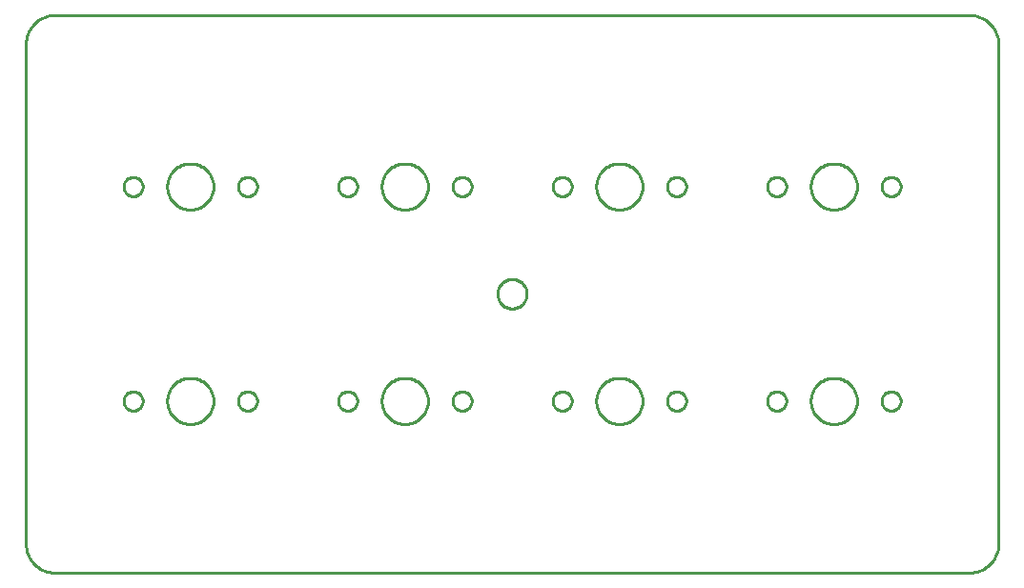
<source format=gbr>
G04 EAGLE Gerber RS-274X export*
G75*
%MOMM*%
%FSLAX34Y34*%
%LPD*%
%IN*%
%IPPOS*%
%AMOC8*
5,1,8,0,0,1.08239X$1,22.5*%
G01*
%ADD10C,0.254000*%


D10*
X0Y25400D02*
X97Y23186D01*
X386Y20989D01*
X865Y18826D01*
X1532Y16713D01*
X2380Y14666D01*
X3403Y12700D01*
X4594Y10831D01*
X5942Y9073D01*
X7440Y7440D01*
X9073Y5942D01*
X10831Y4594D01*
X12700Y3403D01*
X14666Y2380D01*
X16713Y1532D01*
X18826Y865D01*
X20989Y386D01*
X23186Y97D01*
X25400Y0D01*
X838200Y0D01*
X840414Y97D01*
X842611Y386D01*
X844774Y865D01*
X846887Y1532D01*
X848935Y2380D01*
X850900Y3403D01*
X852769Y4594D01*
X854527Y5942D01*
X856161Y7440D01*
X857658Y9073D01*
X859006Y10831D01*
X860197Y12700D01*
X861220Y14666D01*
X862068Y16713D01*
X862735Y18826D01*
X863214Y20989D01*
X863503Y23186D01*
X863600Y25400D01*
X863600Y469900D01*
X863503Y472114D01*
X863214Y474311D01*
X862735Y476474D01*
X862068Y478587D01*
X861220Y480635D01*
X860197Y482600D01*
X859006Y484469D01*
X857658Y486227D01*
X856161Y487861D01*
X854527Y489358D01*
X852769Y490706D01*
X850900Y491897D01*
X848935Y492920D01*
X846887Y493768D01*
X844774Y494435D01*
X842611Y494914D01*
X840414Y495203D01*
X838200Y495300D01*
X25400Y495300D01*
X23186Y495203D01*
X20989Y494914D01*
X18826Y494435D01*
X16713Y493768D01*
X14666Y492920D01*
X12700Y491897D01*
X10831Y490706D01*
X9073Y489358D01*
X7440Y487861D01*
X5942Y486227D01*
X4594Y484469D01*
X3403Y482600D01*
X2380Y480635D01*
X1532Y478587D01*
X865Y476474D01*
X386Y474311D01*
X97Y472114D01*
X0Y469900D01*
X0Y25400D01*
X444800Y247186D02*
X444734Y246259D01*
X444602Y245340D01*
X444404Y244433D01*
X444143Y243542D01*
X443818Y242672D01*
X443432Y241827D01*
X442987Y241012D01*
X442485Y240231D01*
X441929Y239488D01*
X441321Y238786D01*
X440664Y238129D01*
X439962Y237521D01*
X439219Y236965D01*
X438438Y236463D01*
X437623Y236018D01*
X436778Y235632D01*
X435908Y235307D01*
X435017Y235046D01*
X434110Y234848D01*
X433191Y234716D01*
X432264Y234650D01*
X431336Y234650D01*
X430409Y234716D01*
X429490Y234848D01*
X428583Y235046D01*
X427692Y235307D01*
X426822Y235632D01*
X425977Y236018D01*
X425162Y236463D01*
X424381Y236965D01*
X423638Y237521D01*
X422936Y238129D01*
X422279Y238786D01*
X421671Y239488D01*
X421115Y240231D01*
X420613Y241012D01*
X420168Y241827D01*
X419782Y242672D01*
X419457Y243542D01*
X419196Y244433D01*
X418998Y245340D01*
X418866Y246259D01*
X418800Y247186D01*
X418800Y248114D01*
X418866Y249041D01*
X418998Y249960D01*
X419196Y250867D01*
X419457Y251758D01*
X419782Y252628D01*
X420168Y253473D01*
X420613Y254288D01*
X421115Y255069D01*
X421671Y255812D01*
X422279Y256514D01*
X422936Y257171D01*
X423638Y257779D01*
X424381Y258335D01*
X425162Y258837D01*
X425977Y259282D01*
X426822Y259668D01*
X427692Y259993D01*
X428583Y260254D01*
X429490Y260452D01*
X430409Y260584D01*
X431336Y260650D01*
X432264Y260650D01*
X433191Y260584D01*
X434110Y260452D01*
X435017Y260254D01*
X435908Y259993D01*
X436778Y259668D01*
X437623Y259282D01*
X438438Y258837D01*
X439219Y258335D01*
X439962Y257779D01*
X440664Y257171D01*
X441321Y256514D01*
X441929Y255812D01*
X442485Y255069D01*
X442987Y254288D01*
X443432Y253473D01*
X443818Y252628D01*
X444143Y251758D01*
X444404Y250867D01*
X444602Y249960D01*
X444734Y249041D01*
X444800Y248114D01*
X444800Y247186D01*
X188350Y343271D02*
X188415Y344011D01*
X188544Y344742D01*
X188736Y345458D01*
X188990Y346156D01*
X189303Y346829D01*
X189674Y347471D01*
X190100Y348079D01*
X190577Y348648D01*
X191102Y349173D01*
X191671Y349650D01*
X192279Y350076D01*
X192921Y350447D01*
X193594Y350760D01*
X194292Y351014D01*
X195009Y351206D01*
X195739Y351335D01*
X196479Y351400D01*
X197221Y351400D01*
X197961Y351335D01*
X198692Y351206D01*
X199408Y351014D01*
X200106Y350760D01*
X200779Y350447D01*
X201421Y350076D01*
X202029Y349650D01*
X202598Y349173D01*
X203123Y348648D01*
X203600Y348079D01*
X204026Y347471D01*
X204397Y346829D01*
X204710Y346156D01*
X204964Y345458D01*
X205156Y344742D01*
X205285Y344011D01*
X205350Y343271D01*
X205350Y342529D01*
X205285Y341789D01*
X205156Y341059D01*
X204964Y340342D01*
X204710Y339644D01*
X204397Y338971D01*
X204026Y338329D01*
X203600Y337721D01*
X203123Y337152D01*
X202598Y336627D01*
X202029Y336150D01*
X201421Y335724D01*
X200779Y335353D01*
X200106Y335040D01*
X199408Y334786D01*
X198692Y334594D01*
X197961Y334465D01*
X197221Y334400D01*
X196479Y334400D01*
X195739Y334465D01*
X195009Y334594D01*
X194292Y334786D01*
X193594Y335040D01*
X192921Y335353D01*
X192279Y335724D01*
X191671Y336150D01*
X191102Y336627D01*
X190577Y337152D01*
X190100Y337721D01*
X189674Y338329D01*
X189303Y338971D01*
X188990Y339644D01*
X188736Y340342D01*
X188544Y341059D01*
X188415Y341789D01*
X188350Y342529D01*
X188350Y343271D01*
X86750Y343271D02*
X86815Y344011D01*
X86944Y344742D01*
X87136Y345458D01*
X87390Y346156D01*
X87703Y346829D01*
X88074Y347471D01*
X88500Y348079D01*
X88977Y348648D01*
X89502Y349173D01*
X90071Y349650D01*
X90679Y350076D01*
X91321Y350447D01*
X91994Y350760D01*
X92692Y351014D01*
X93409Y351206D01*
X94139Y351335D01*
X94879Y351400D01*
X95621Y351400D01*
X96361Y351335D01*
X97092Y351206D01*
X97808Y351014D01*
X98506Y350760D01*
X99179Y350447D01*
X99821Y350076D01*
X100429Y349650D01*
X100998Y349173D01*
X101523Y348648D01*
X102000Y348079D01*
X102426Y347471D01*
X102797Y346829D01*
X103110Y346156D01*
X103364Y345458D01*
X103556Y344742D01*
X103685Y344011D01*
X103750Y343271D01*
X103750Y342529D01*
X103685Y341789D01*
X103556Y341059D01*
X103364Y340342D01*
X103110Y339644D01*
X102797Y338971D01*
X102426Y338329D01*
X102000Y337721D01*
X101523Y337152D01*
X100998Y336627D01*
X100429Y336150D01*
X99821Y335724D01*
X99179Y335353D01*
X98506Y335040D01*
X97808Y334786D01*
X97092Y334594D01*
X96361Y334465D01*
X95621Y334400D01*
X94879Y334400D01*
X94139Y334465D01*
X93409Y334594D01*
X92692Y334786D01*
X91994Y335040D01*
X91321Y335353D01*
X90679Y335724D01*
X90071Y336150D01*
X89502Y336627D01*
X88977Y337152D01*
X88500Y337721D01*
X88074Y338329D01*
X87703Y338971D01*
X87390Y339644D01*
X87136Y340342D01*
X86944Y341059D01*
X86815Y341789D01*
X86750Y342529D01*
X86750Y343271D01*
X125550Y343519D02*
X125625Y344756D01*
X125774Y345986D01*
X125997Y347205D01*
X126294Y348407D01*
X126663Y349590D01*
X127102Y350749D01*
X127610Y351878D01*
X128186Y352975D01*
X128827Y354036D01*
X129531Y355055D01*
X130295Y356030D01*
X131116Y356958D01*
X131992Y357834D01*
X132920Y358655D01*
X133895Y359419D01*
X134914Y360123D01*
X135975Y360764D01*
X137072Y361340D01*
X138201Y361848D01*
X139360Y362288D01*
X140543Y362656D01*
X141745Y362953D01*
X142964Y363176D01*
X144194Y363325D01*
X145431Y363400D01*
X146669Y363400D01*
X147906Y363325D01*
X149136Y363176D01*
X150355Y362953D01*
X151557Y362656D01*
X152740Y362288D01*
X153899Y361848D01*
X155028Y361340D01*
X156125Y360764D01*
X157186Y360123D01*
X158205Y359419D01*
X159180Y358655D01*
X160108Y357834D01*
X160984Y356958D01*
X161805Y356030D01*
X162569Y355055D01*
X163273Y354036D01*
X163914Y352975D01*
X164490Y351878D01*
X164998Y350749D01*
X165438Y349590D01*
X165806Y348407D01*
X166103Y347205D01*
X166326Y345986D01*
X166475Y344756D01*
X166550Y343519D01*
X166550Y342281D01*
X166475Y341044D01*
X166326Y339814D01*
X166103Y338595D01*
X165806Y337393D01*
X165438Y336210D01*
X164998Y335051D01*
X164490Y333922D01*
X163914Y332825D01*
X163273Y331764D01*
X162569Y330745D01*
X161805Y329770D01*
X160984Y328842D01*
X160108Y327966D01*
X159180Y327145D01*
X158205Y326381D01*
X157186Y325677D01*
X156125Y325036D01*
X155028Y324460D01*
X153899Y323952D01*
X152740Y323513D01*
X151557Y323144D01*
X150355Y322847D01*
X149136Y322624D01*
X147906Y322475D01*
X146669Y322400D01*
X145431Y322400D01*
X144194Y322475D01*
X142964Y322624D01*
X141745Y322847D01*
X140543Y323144D01*
X139360Y323513D01*
X138201Y323952D01*
X137072Y324460D01*
X135975Y325036D01*
X134914Y325677D01*
X133895Y326381D01*
X132920Y327145D01*
X131992Y327966D01*
X131116Y328842D01*
X130295Y329770D01*
X129531Y330745D01*
X128827Y331764D01*
X128186Y332825D01*
X127610Y333922D01*
X127102Y335051D01*
X126663Y336210D01*
X126294Y337393D01*
X125997Y338595D01*
X125774Y339814D01*
X125625Y341044D01*
X125550Y342281D01*
X125550Y343519D01*
X378850Y343271D02*
X378915Y344011D01*
X379044Y344742D01*
X379236Y345458D01*
X379490Y346156D01*
X379803Y346829D01*
X380174Y347471D01*
X380600Y348079D01*
X381077Y348648D01*
X381602Y349173D01*
X382171Y349650D01*
X382779Y350076D01*
X383421Y350447D01*
X384094Y350760D01*
X384792Y351014D01*
X385509Y351206D01*
X386239Y351335D01*
X386979Y351400D01*
X387721Y351400D01*
X388461Y351335D01*
X389192Y351206D01*
X389908Y351014D01*
X390606Y350760D01*
X391279Y350447D01*
X391921Y350076D01*
X392529Y349650D01*
X393098Y349173D01*
X393623Y348648D01*
X394100Y348079D01*
X394526Y347471D01*
X394897Y346829D01*
X395210Y346156D01*
X395464Y345458D01*
X395656Y344742D01*
X395785Y344011D01*
X395850Y343271D01*
X395850Y342529D01*
X395785Y341789D01*
X395656Y341059D01*
X395464Y340342D01*
X395210Y339644D01*
X394897Y338971D01*
X394526Y338329D01*
X394100Y337721D01*
X393623Y337152D01*
X393098Y336627D01*
X392529Y336150D01*
X391921Y335724D01*
X391279Y335353D01*
X390606Y335040D01*
X389908Y334786D01*
X389192Y334594D01*
X388461Y334465D01*
X387721Y334400D01*
X386979Y334400D01*
X386239Y334465D01*
X385509Y334594D01*
X384792Y334786D01*
X384094Y335040D01*
X383421Y335353D01*
X382779Y335724D01*
X382171Y336150D01*
X381602Y336627D01*
X381077Y337152D01*
X380600Y337721D01*
X380174Y338329D01*
X379803Y338971D01*
X379490Y339644D01*
X379236Y340342D01*
X379044Y341059D01*
X378915Y341789D01*
X378850Y342529D01*
X378850Y343271D01*
X277250Y343271D02*
X277315Y344011D01*
X277444Y344742D01*
X277636Y345458D01*
X277890Y346156D01*
X278203Y346829D01*
X278574Y347471D01*
X279000Y348079D01*
X279477Y348648D01*
X280002Y349173D01*
X280571Y349650D01*
X281179Y350076D01*
X281821Y350447D01*
X282494Y350760D01*
X283192Y351014D01*
X283909Y351206D01*
X284639Y351335D01*
X285379Y351400D01*
X286121Y351400D01*
X286861Y351335D01*
X287592Y351206D01*
X288308Y351014D01*
X289006Y350760D01*
X289679Y350447D01*
X290321Y350076D01*
X290929Y349650D01*
X291498Y349173D01*
X292023Y348648D01*
X292500Y348079D01*
X292926Y347471D01*
X293297Y346829D01*
X293610Y346156D01*
X293864Y345458D01*
X294056Y344742D01*
X294185Y344011D01*
X294250Y343271D01*
X294250Y342529D01*
X294185Y341789D01*
X294056Y341059D01*
X293864Y340342D01*
X293610Y339644D01*
X293297Y338971D01*
X292926Y338329D01*
X292500Y337721D01*
X292023Y337152D01*
X291498Y336627D01*
X290929Y336150D01*
X290321Y335724D01*
X289679Y335353D01*
X289006Y335040D01*
X288308Y334786D01*
X287592Y334594D01*
X286861Y334465D01*
X286121Y334400D01*
X285379Y334400D01*
X284639Y334465D01*
X283909Y334594D01*
X283192Y334786D01*
X282494Y335040D01*
X281821Y335353D01*
X281179Y335724D01*
X280571Y336150D01*
X280002Y336627D01*
X279477Y337152D01*
X279000Y337721D01*
X278574Y338329D01*
X278203Y338971D01*
X277890Y339644D01*
X277636Y340342D01*
X277444Y341059D01*
X277315Y341789D01*
X277250Y342529D01*
X277250Y343271D01*
X316050Y343519D02*
X316125Y344756D01*
X316274Y345986D01*
X316497Y347205D01*
X316794Y348407D01*
X317163Y349590D01*
X317602Y350749D01*
X318110Y351878D01*
X318686Y352975D01*
X319327Y354036D01*
X320031Y355055D01*
X320795Y356030D01*
X321616Y356958D01*
X322492Y357834D01*
X323420Y358655D01*
X324395Y359419D01*
X325414Y360123D01*
X326475Y360764D01*
X327572Y361340D01*
X328701Y361848D01*
X329860Y362288D01*
X331043Y362656D01*
X332245Y362953D01*
X333464Y363176D01*
X334694Y363325D01*
X335931Y363400D01*
X337169Y363400D01*
X338406Y363325D01*
X339636Y363176D01*
X340855Y362953D01*
X342057Y362656D01*
X343240Y362288D01*
X344399Y361848D01*
X345528Y361340D01*
X346625Y360764D01*
X347686Y360123D01*
X348705Y359419D01*
X349680Y358655D01*
X350608Y357834D01*
X351484Y356958D01*
X352305Y356030D01*
X353069Y355055D01*
X353773Y354036D01*
X354414Y352975D01*
X354990Y351878D01*
X355498Y350749D01*
X355938Y349590D01*
X356306Y348407D01*
X356603Y347205D01*
X356826Y345986D01*
X356975Y344756D01*
X357050Y343519D01*
X357050Y342281D01*
X356975Y341044D01*
X356826Y339814D01*
X356603Y338595D01*
X356306Y337393D01*
X355938Y336210D01*
X355498Y335051D01*
X354990Y333922D01*
X354414Y332825D01*
X353773Y331764D01*
X353069Y330745D01*
X352305Y329770D01*
X351484Y328842D01*
X350608Y327966D01*
X349680Y327145D01*
X348705Y326381D01*
X347686Y325677D01*
X346625Y325036D01*
X345528Y324460D01*
X344399Y323952D01*
X343240Y323513D01*
X342057Y323144D01*
X340855Y322847D01*
X339636Y322624D01*
X338406Y322475D01*
X337169Y322400D01*
X335931Y322400D01*
X334694Y322475D01*
X333464Y322624D01*
X332245Y322847D01*
X331043Y323144D01*
X329860Y323513D01*
X328701Y323952D01*
X327572Y324460D01*
X326475Y325036D01*
X325414Y325677D01*
X324395Y326381D01*
X323420Y327145D01*
X322492Y327966D01*
X321616Y328842D01*
X320795Y329770D01*
X320031Y330745D01*
X319327Y331764D01*
X318686Y332825D01*
X318110Y333922D01*
X317602Y335051D01*
X317163Y336210D01*
X316794Y337393D01*
X316497Y338595D01*
X316274Y339814D01*
X316125Y341044D01*
X316050Y342281D01*
X316050Y343519D01*
X569350Y343271D02*
X569415Y344011D01*
X569544Y344742D01*
X569736Y345458D01*
X569990Y346156D01*
X570303Y346829D01*
X570674Y347471D01*
X571100Y348079D01*
X571577Y348648D01*
X572102Y349173D01*
X572671Y349650D01*
X573279Y350076D01*
X573921Y350447D01*
X574594Y350760D01*
X575292Y351014D01*
X576009Y351206D01*
X576739Y351335D01*
X577479Y351400D01*
X578221Y351400D01*
X578961Y351335D01*
X579692Y351206D01*
X580408Y351014D01*
X581106Y350760D01*
X581779Y350447D01*
X582421Y350076D01*
X583029Y349650D01*
X583598Y349173D01*
X584123Y348648D01*
X584600Y348079D01*
X585026Y347471D01*
X585397Y346829D01*
X585710Y346156D01*
X585964Y345458D01*
X586156Y344742D01*
X586285Y344011D01*
X586350Y343271D01*
X586350Y342529D01*
X586285Y341789D01*
X586156Y341059D01*
X585964Y340342D01*
X585710Y339644D01*
X585397Y338971D01*
X585026Y338329D01*
X584600Y337721D01*
X584123Y337152D01*
X583598Y336627D01*
X583029Y336150D01*
X582421Y335724D01*
X581779Y335353D01*
X581106Y335040D01*
X580408Y334786D01*
X579692Y334594D01*
X578961Y334465D01*
X578221Y334400D01*
X577479Y334400D01*
X576739Y334465D01*
X576009Y334594D01*
X575292Y334786D01*
X574594Y335040D01*
X573921Y335353D01*
X573279Y335724D01*
X572671Y336150D01*
X572102Y336627D01*
X571577Y337152D01*
X571100Y337721D01*
X570674Y338329D01*
X570303Y338971D01*
X569990Y339644D01*
X569736Y340342D01*
X569544Y341059D01*
X569415Y341789D01*
X569350Y342529D01*
X569350Y343271D01*
X467750Y343271D02*
X467815Y344011D01*
X467944Y344742D01*
X468136Y345458D01*
X468390Y346156D01*
X468703Y346829D01*
X469074Y347471D01*
X469500Y348079D01*
X469977Y348648D01*
X470502Y349173D01*
X471071Y349650D01*
X471679Y350076D01*
X472321Y350447D01*
X472994Y350760D01*
X473692Y351014D01*
X474409Y351206D01*
X475139Y351335D01*
X475879Y351400D01*
X476621Y351400D01*
X477361Y351335D01*
X478092Y351206D01*
X478808Y351014D01*
X479506Y350760D01*
X480179Y350447D01*
X480821Y350076D01*
X481429Y349650D01*
X481998Y349173D01*
X482523Y348648D01*
X483000Y348079D01*
X483426Y347471D01*
X483797Y346829D01*
X484110Y346156D01*
X484364Y345458D01*
X484556Y344742D01*
X484685Y344011D01*
X484750Y343271D01*
X484750Y342529D01*
X484685Y341789D01*
X484556Y341059D01*
X484364Y340342D01*
X484110Y339644D01*
X483797Y338971D01*
X483426Y338329D01*
X483000Y337721D01*
X482523Y337152D01*
X481998Y336627D01*
X481429Y336150D01*
X480821Y335724D01*
X480179Y335353D01*
X479506Y335040D01*
X478808Y334786D01*
X478092Y334594D01*
X477361Y334465D01*
X476621Y334400D01*
X475879Y334400D01*
X475139Y334465D01*
X474409Y334594D01*
X473692Y334786D01*
X472994Y335040D01*
X472321Y335353D01*
X471679Y335724D01*
X471071Y336150D01*
X470502Y336627D01*
X469977Y337152D01*
X469500Y337721D01*
X469074Y338329D01*
X468703Y338971D01*
X468390Y339644D01*
X468136Y340342D01*
X467944Y341059D01*
X467815Y341789D01*
X467750Y342529D01*
X467750Y343271D01*
X506550Y343519D02*
X506625Y344756D01*
X506774Y345986D01*
X506997Y347205D01*
X507294Y348407D01*
X507663Y349590D01*
X508102Y350749D01*
X508610Y351878D01*
X509186Y352975D01*
X509827Y354036D01*
X510531Y355055D01*
X511295Y356030D01*
X512116Y356958D01*
X512992Y357834D01*
X513920Y358655D01*
X514895Y359419D01*
X515914Y360123D01*
X516975Y360764D01*
X518072Y361340D01*
X519201Y361848D01*
X520360Y362288D01*
X521543Y362656D01*
X522745Y362953D01*
X523964Y363176D01*
X525194Y363325D01*
X526431Y363400D01*
X527669Y363400D01*
X528906Y363325D01*
X530136Y363176D01*
X531355Y362953D01*
X532557Y362656D01*
X533740Y362288D01*
X534899Y361848D01*
X536028Y361340D01*
X537125Y360764D01*
X538186Y360123D01*
X539205Y359419D01*
X540180Y358655D01*
X541108Y357834D01*
X541984Y356958D01*
X542805Y356030D01*
X543569Y355055D01*
X544273Y354036D01*
X544914Y352975D01*
X545490Y351878D01*
X545998Y350749D01*
X546438Y349590D01*
X546806Y348407D01*
X547103Y347205D01*
X547326Y345986D01*
X547475Y344756D01*
X547550Y343519D01*
X547550Y342281D01*
X547475Y341044D01*
X547326Y339814D01*
X547103Y338595D01*
X546806Y337393D01*
X546438Y336210D01*
X545998Y335051D01*
X545490Y333922D01*
X544914Y332825D01*
X544273Y331764D01*
X543569Y330745D01*
X542805Y329770D01*
X541984Y328842D01*
X541108Y327966D01*
X540180Y327145D01*
X539205Y326381D01*
X538186Y325677D01*
X537125Y325036D01*
X536028Y324460D01*
X534899Y323952D01*
X533740Y323513D01*
X532557Y323144D01*
X531355Y322847D01*
X530136Y322624D01*
X528906Y322475D01*
X527669Y322400D01*
X526431Y322400D01*
X525194Y322475D01*
X523964Y322624D01*
X522745Y322847D01*
X521543Y323144D01*
X520360Y323513D01*
X519201Y323952D01*
X518072Y324460D01*
X516975Y325036D01*
X515914Y325677D01*
X514895Y326381D01*
X513920Y327145D01*
X512992Y327966D01*
X512116Y328842D01*
X511295Y329770D01*
X510531Y330745D01*
X509827Y331764D01*
X509186Y332825D01*
X508610Y333922D01*
X508102Y335051D01*
X507663Y336210D01*
X507294Y337393D01*
X506997Y338595D01*
X506774Y339814D01*
X506625Y341044D01*
X506550Y342281D01*
X506550Y343519D01*
X759850Y343271D02*
X759915Y344011D01*
X760044Y344742D01*
X760236Y345458D01*
X760490Y346156D01*
X760803Y346829D01*
X761174Y347471D01*
X761600Y348079D01*
X762077Y348648D01*
X762602Y349173D01*
X763171Y349650D01*
X763779Y350076D01*
X764421Y350447D01*
X765094Y350760D01*
X765792Y351014D01*
X766509Y351206D01*
X767239Y351335D01*
X767979Y351400D01*
X768721Y351400D01*
X769461Y351335D01*
X770192Y351206D01*
X770908Y351014D01*
X771606Y350760D01*
X772279Y350447D01*
X772921Y350076D01*
X773529Y349650D01*
X774098Y349173D01*
X774623Y348648D01*
X775100Y348079D01*
X775526Y347471D01*
X775897Y346829D01*
X776210Y346156D01*
X776464Y345458D01*
X776656Y344742D01*
X776785Y344011D01*
X776850Y343271D01*
X776850Y342529D01*
X776785Y341789D01*
X776656Y341059D01*
X776464Y340342D01*
X776210Y339644D01*
X775897Y338971D01*
X775526Y338329D01*
X775100Y337721D01*
X774623Y337152D01*
X774098Y336627D01*
X773529Y336150D01*
X772921Y335724D01*
X772279Y335353D01*
X771606Y335040D01*
X770908Y334786D01*
X770192Y334594D01*
X769461Y334465D01*
X768721Y334400D01*
X767979Y334400D01*
X767239Y334465D01*
X766509Y334594D01*
X765792Y334786D01*
X765094Y335040D01*
X764421Y335353D01*
X763779Y335724D01*
X763171Y336150D01*
X762602Y336627D01*
X762077Y337152D01*
X761600Y337721D01*
X761174Y338329D01*
X760803Y338971D01*
X760490Y339644D01*
X760236Y340342D01*
X760044Y341059D01*
X759915Y341789D01*
X759850Y342529D01*
X759850Y343271D01*
X658250Y343271D02*
X658315Y344011D01*
X658444Y344742D01*
X658636Y345458D01*
X658890Y346156D01*
X659203Y346829D01*
X659574Y347471D01*
X660000Y348079D01*
X660477Y348648D01*
X661002Y349173D01*
X661571Y349650D01*
X662179Y350076D01*
X662821Y350447D01*
X663494Y350760D01*
X664192Y351014D01*
X664909Y351206D01*
X665639Y351335D01*
X666379Y351400D01*
X667121Y351400D01*
X667861Y351335D01*
X668592Y351206D01*
X669308Y351014D01*
X670006Y350760D01*
X670679Y350447D01*
X671321Y350076D01*
X671929Y349650D01*
X672498Y349173D01*
X673023Y348648D01*
X673500Y348079D01*
X673926Y347471D01*
X674297Y346829D01*
X674610Y346156D01*
X674864Y345458D01*
X675056Y344742D01*
X675185Y344011D01*
X675250Y343271D01*
X675250Y342529D01*
X675185Y341789D01*
X675056Y341059D01*
X674864Y340342D01*
X674610Y339644D01*
X674297Y338971D01*
X673926Y338329D01*
X673500Y337721D01*
X673023Y337152D01*
X672498Y336627D01*
X671929Y336150D01*
X671321Y335724D01*
X670679Y335353D01*
X670006Y335040D01*
X669308Y334786D01*
X668592Y334594D01*
X667861Y334465D01*
X667121Y334400D01*
X666379Y334400D01*
X665639Y334465D01*
X664909Y334594D01*
X664192Y334786D01*
X663494Y335040D01*
X662821Y335353D01*
X662179Y335724D01*
X661571Y336150D01*
X661002Y336627D01*
X660477Y337152D01*
X660000Y337721D01*
X659574Y338329D01*
X659203Y338971D01*
X658890Y339644D01*
X658636Y340342D01*
X658444Y341059D01*
X658315Y341789D01*
X658250Y342529D01*
X658250Y343271D01*
X697050Y343519D02*
X697125Y344756D01*
X697274Y345986D01*
X697497Y347205D01*
X697794Y348407D01*
X698163Y349590D01*
X698602Y350749D01*
X699110Y351878D01*
X699686Y352975D01*
X700327Y354036D01*
X701031Y355055D01*
X701795Y356030D01*
X702616Y356958D01*
X703492Y357834D01*
X704420Y358655D01*
X705395Y359419D01*
X706414Y360123D01*
X707475Y360764D01*
X708572Y361340D01*
X709701Y361848D01*
X710860Y362288D01*
X712043Y362656D01*
X713245Y362953D01*
X714464Y363176D01*
X715694Y363325D01*
X716931Y363400D01*
X718169Y363400D01*
X719406Y363325D01*
X720636Y363176D01*
X721855Y362953D01*
X723057Y362656D01*
X724240Y362288D01*
X725399Y361848D01*
X726528Y361340D01*
X727625Y360764D01*
X728686Y360123D01*
X729705Y359419D01*
X730680Y358655D01*
X731608Y357834D01*
X732484Y356958D01*
X733305Y356030D01*
X734069Y355055D01*
X734773Y354036D01*
X735414Y352975D01*
X735990Y351878D01*
X736498Y350749D01*
X736938Y349590D01*
X737306Y348407D01*
X737603Y347205D01*
X737826Y345986D01*
X737975Y344756D01*
X738050Y343519D01*
X738050Y342281D01*
X737975Y341044D01*
X737826Y339814D01*
X737603Y338595D01*
X737306Y337393D01*
X736938Y336210D01*
X736498Y335051D01*
X735990Y333922D01*
X735414Y332825D01*
X734773Y331764D01*
X734069Y330745D01*
X733305Y329770D01*
X732484Y328842D01*
X731608Y327966D01*
X730680Y327145D01*
X729705Y326381D01*
X728686Y325677D01*
X727625Y325036D01*
X726528Y324460D01*
X725399Y323952D01*
X724240Y323513D01*
X723057Y323144D01*
X721855Y322847D01*
X720636Y322624D01*
X719406Y322475D01*
X718169Y322400D01*
X716931Y322400D01*
X715694Y322475D01*
X714464Y322624D01*
X713245Y322847D01*
X712043Y323144D01*
X710860Y323513D01*
X709701Y323952D01*
X708572Y324460D01*
X707475Y325036D01*
X706414Y325677D01*
X705395Y326381D01*
X704420Y327145D01*
X703492Y327966D01*
X702616Y328842D01*
X701795Y329770D01*
X701031Y330745D01*
X700327Y331764D01*
X699686Y332825D01*
X699110Y333922D01*
X698602Y335051D01*
X698163Y336210D01*
X697794Y337393D01*
X697497Y338595D01*
X697274Y339814D01*
X697125Y341044D01*
X697050Y342281D01*
X697050Y343519D01*
X103750Y152029D02*
X103685Y151289D01*
X103556Y150559D01*
X103364Y149842D01*
X103110Y149144D01*
X102797Y148471D01*
X102426Y147829D01*
X102000Y147221D01*
X101523Y146652D01*
X100998Y146127D01*
X100429Y145650D01*
X99821Y145224D01*
X99179Y144853D01*
X98506Y144540D01*
X97808Y144286D01*
X97092Y144094D01*
X96361Y143965D01*
X95621Y143900D01*
X94879Y143900D01*
X94139Y143965D01*
X93409Y144094D01*
X92692Y144286D01*
X91994Y144540D01*
X91321Y144853D01*
X90679Y145224D01*
X90071Y145650D01*
X89502Y146127D01*
X88977Y146652D01*
X88500Y147221D01*
X88074Y147829D01*
X87703Y148471D01*
X87390Y149144D01*
X87136Y149842D01*
X86944Y150559D01*
X86815Y151289D01*
X86750Y152029D01*
X86750Y152771D01*
X86815Y153511D01*
X86944Y154242D01*
X87136Y154958D01*
X87390Y155656D01*
X87703Y156329D01*
X88074Y156971D01*
X88500Y157579D01*
X88977Y158148D01*
X89502Y158673D01*
X90071Y159150D01*
X90679Y159576D01*
X91321Y159947D01*
X91994Y160260D01*
X92692Y160514D01*
X93409Y160706D01*
X94139Y160835D01*
X94879Y160900D01*
X95621Y160900D01*
X96361Y160835D01*
X97092Y160706D01*
X97808Y160514D01*
X98506Y160260D01*
X99179Y159947D01*
X99821Y159576D01*
X100429Y159150D01*
X100998Y158673D01*
X101523Y158148D01*
X102000Y157579D01*
X102426Y156971D01*
X102797Y156329D01*
X103110Y155656D01*
X103364Y154958D01*
X103556Y154242D01*
X103685Y153511D01*
X103750Y152771D01*
X103750Y152029D01*
X205350Y152029D02*
X205285Y151289D01*
X205156Y150559D01*
X204964Y149842D01*
X204710Y149144D01*
X204397Y148471D01*
X204026Y147829D01*
X203600Y147221D01*
X203123Y146652D01*
X202598Y146127D01*
X202029Y145650D01*
X201421Y145224D01*
X200779Y144853D01*
X200106Y144540D01*
X199408Y144286D01*
X198692Y144094D01*
X197961Y143965D01*
X197221Y143900D01*
X196479Y143900D01*
X195739Y143965D01*
X195009Y144094D01*
X194292Y144286D01*
X193594Y144540D01*
X192921Y144853D01*
X192279Y145224D01*
X191671Y145650D01*
X191102Y146127D01*
X190577Y146652D01*
X190100Y147221D01*
X189674Y147829D01*
X189303Y148471D01*
X188990Y149144D01*
X188736Y149842D01*
X188544Y150559D01*
X188415Y151289D01*
X188350Y152029D01*
X188350Y152771D01*
X188415Y153511D01*
X188544Y154242D01*
X188736Y154958D01*
X188990Y155656D01*
X189303Y156329D01*
X189674Y156971D01*
X190100Y157579D01*
X190577Y158148D01*
X191102Y158673D01*
X191671Y159150D01*
X192279Y159576D01*
X192921Y159947D01*
X193594Y160260D01*
X194292Y160514D01*
X195009Y160706D01*
X195739Y160835D01*
X196479Y160900D01*
X197221Y160900D01*
X197961Y160835D01*
X198692Y160706D01*
X199408Y160514D01*
X200106Y160260D01*
X200779Y159947D01*
X201421Y159576D01*
X202029Y159150D01*
X202598Y158673D01*
X203123Y158148D01*
X203600Y157579D01*
X204026Y156971D01*
X204397Y156329D01*
X204710Y155656D01*
X204964Y154958D01*
X205156Y154242D01*
X205285Y153511D01*
X205350Y152771D01*
X205350Y152029D01*
X166550Y151781D02*
X166475Y150544D01*
X166326Y149314D01*
X166103Y148095D01*
X165806Y146893D01*
X165438Y145710D01*
X164998Y144551D01*
X164490Y143422D01*
X163914Y142325D01*
X163273Y141264D01*
X162569Y140245D01*
X161805Y139270D01*
X160984Y138342D01*
X160108Y137466D01*
X159180Y136645D01*
X158205Y135881D01*
X157186Y135177D01*
X156125Y134536D01*
X155028Y133960D01*
X153899Y133452D01*
X152740Y133013D01*
X151557Y132644D01*
X150355Y132347D01*
X149136Y132124D01*
X147906Y131975D01*
X146669Y131900D01*
X145431Y131900D01*
X144194Y131975D01*
X142964Y132124D01*
X141745Y132347D01*
X140543Y132644D01*
X139360Y133013D01*
X138201Y133452D01*
X137072Y133960D01*
X135975Y134536D01*
X134914Y135177D01*
X133895Y135881D01*
X132920Y136645D01*
X131992Y137466D01*
X131116Y138342D01*
X130295Y139270D01*
X129531Y140245D01*
X128827Y141264D01*
X128186Y142325D01*
X127610Y143422D01*
X127102Y144551D01*
X126663Y145710D01*
X126294Y146893D01*
X125997Y148095D01*
X125774Y149314D01*
X125625Y150544D01*
X125550Y151781D01*
X125550Y153019D01*
X125625Y154256D01*
X125774Y155486D01*
X125997Y156705D01*
X126294Y157907D01*
X126663Y159090D01*
X127102Y160249D01*
X127610Y161378D01*
X128186Y162475D01*
X128827Y163536D01*
X129531Y164555D01*
X130295Y165530D01*
X131116Y166458D01*
X131992Y167334D01*
X132920Y168155D01*
X133895Y168919D01*
X134914Y169623D01*
X135975Y170264D01*
X137072Y170840D01*
X138201Y171348D01*
X139360Y171788D01*
X140543Y172156D01*
X141745Y172453D01*
X142964Y172676D01*
X144194Y172825D01*
X145431Y172900D01*
X146669Y172900D01*
X147906Y172825D01*
X149136Y172676D01*
X150355Y172453D01*
X151557Y172156D01*
X152740Y171788D01*
X153899Y171348D01*
X155028Y170840D01*
X156125Y170264D01*
X157186Y169623D01*
X158205Y168919D01*
X159180Y168155D01*
X160108Y167334D01*
X160984Y166458D01*
X161805Y165530D01*
X162569Y164555D01*
X163273Y163536D01*
X163914Y162475D01*
X164490Y161378D01*
X164998Y160249D01*
X165438Y159090D01*
X165806Y157907D01*
X166103Y156705D01*
X166326Y155486D01*
X166475Y154256D01*
X166550Y153019D01*
X166550Y151781D01*
X294250Y152029D02*
X294185Y151289D01*
X294056Y150559D01*
X293864Y149842D01*
X293610Y149144D01*
X293297Y148471D01*
X292926Y147829D01*
X292500Y147221D01*
X292023Y146652D01*
X291498Y146127D01*
X290929Y145650D01*
X290321Y145224D01*
X289679Y144853D01*
X289006Y144540D01*
X288308Y144286D01*
X287592Y144094D01*
X286861Y143965D01*
X286121Y143900D01*
X285379Y143900D01*
X284639Y143965D01*
X283909Y144094D01*
X283192Y144286D01*
X282494Y144540D01*
X281821Y144853D01*
X281179Y145224D01*
X280571Y145650D01*
X280002Y146127D01*
X279477Y146652D01*
X279000Y147221D01*
X278574Y147829D01*
X278203Y148471D01*
X277890Y149144D01*
X277636Y149842D01*
X277444Y150559D01*
X277315Y151289D01*
X277250Y152029D01*
X277250Y152771D01*
X277315Y153511D01*
X277444Y154242D01*
X277636Y154958D01*
X277890Y155656D01*
X278203Y156329D01*
X278574Y156971D01*
X279000Y157579D01*
X279477Y158148D01*
X280002Y158673D01*
X280571Y159150D01*
X281179Y159576D01*
X281821Y159947D01*
X282494Y160260D01*
X283192Y160514D01*
X283909Y160706D01*
X284639Y160835D01*
X285379Y160900D01*
X286121Y160900D01*
X286861Y160835D01*
X287592Y160706D01*
X288308Y160514D01*
X289006Y160260D01*
X289679Y159947D01*
X290321Y159576D01*
X290929Y159150D01*
X291498Y158673D01*
X292023Y158148D01*
X292500Y157579D01*
X292926Y156971D01*
X293297Y156329D01*
X293610Y155656D01*
X293864Y154958D01*
X294056Y154242D01*
X294185Y153511D01*
X294250Y152771D01*
X294250Y152029D01*
X395850Y152029D02*
X395785Y151289D01*
X395656Y150559D01*
X395464Y149842D01*
X395210Y149144D01*
X394897Y148471D01*
X394526Y147829D01*
X394100Y147221D01*
X393623Y146652D01*
X393098Y146127D01*
X392529Y145650D01*
X391921Y145224D01*
X391279Y144853D01*
X390606Y144540D01*
X389908Y144286D01*
X389192Y144094D01*
X388461Y143965D01*
X387721Y143900D01*
X386979Y143900D01*
X386239Y143965D01*
X385509Y144094D01*
X384792Y144286D01*
X384094Y144540D01*
X383421Y144853D01*
X382779Y145224D01*
X382171Y145650D01*
X381602Y146127D01*
X381077Y146652D01*
X380600Y147221D01*
X380174Y147829D01*
X379803Y148471D01*
X379490Y149144D01*
X379236Y149842D01*
X379044Y150559D01*
X378915Y151289D01*
X378850Y152029D01*
X378850Y152771D01*
X378915Y153511D01*
X379044Y154242D01*
X379236Y154958D01*
X379490Y155656D01*
X379803Y156329D01*
X380174Y156971D01*
X380600Y157579D01*
X381077Y158148D01*
X381602Y158673D01*
X382171Y159150D01*
X382779Y159576D01*
X383421Y159947D01*
X384094Y160260D01*
X384792Y160514D01*
X385509Y160706D01*
X386239Y160835D01*
X386979Y160900D01*
X387721Y160900D01*
X388461Y160835D01*
X389192Y160706D01*
X389908Y160514D01*
X390606Y160260D01*
X391279Y159947D01*
X391921Y159576D01*
X392529Y159150D01*
X393098Y158673D01*
X393623Y158148D01*
X394100Y157579D01*
X394526Y156971D01*
X394897Y156329D01*
X395210Y155656D01*
X395464Y154958D01*
X395656Y154242D01*
X395785Y153511D01*
X395850Y152771D01*
X395850Y152029D01*
X357050Y151781D02*
X356975Y150544D01*
X356826Y149314D01*
X356603Y148095D01*
X356306Y146893D01*
X355938Y145710D01*
X355498Y144551D01*
X354990Y143422D01*
X354414Y142325D01*
X353773Y141264D01*
X353069Y140245D01*
X352305Y139270D01*
X351484Y138342D01*
X350608Y137466D01*
X349680Y136645D01*
X348705Y135881D01*
X347686Y135177D01*
X346625Y134536D01*
X345528Y133960D01*
X344399Y133452D01*
X343240Y133013D01*
X342057Y132644D01*
X340855Y132347D01*
X339636Y132124D01*
X338406Y131975D01*
X337169Y131900D01*
X335931Y131900D01*
X334694Y131975D01*
X333464Y132124D01*
X332245Y132347D01*
X331043Y132644D01*
X329860Y133013D01*
X328701Y133452D01*
X327572Y133960D01*
X326475Y134536D01*
X325414Y135177D01*
X324395Y135881D01*
X323420Y136645D01*
X322492Y137466D01*
X321616Y138342D01*
X320795Y139270D01*
X320031Y140245D01*
X319327Y141264D01*
X318686Y142325D01*
X318110Y143422D01*
X317602Y144551D01*
X317163Y145710D01*
X316794Y146893D01*
X316497Y148095D01*
X316274Y149314D01*
X316125Y150544D01*
X316050Y151781D01*
X316050Y153019D01*
X316125Y154256D01*
X316274Y155486D01*
X316497Y156705D01*
X316794Y157907D01*
X317163Y159090D01*
X317602Y160249D01*
X318110Y161378D01*
X318686Y162475D01*
X319327Y163536D01*
X320031Y164555D01*
X320795Y165530D01*
X321616Y166458D01*
X322492Y167334D01*
X323420Y168155D01*
X324395Y168919D01*
X325414Y169623D01*
X326475Y170264D01*
X327572Y170840D01*
X328701Y171348D01*
X329860Y171788D01*
X331043Y172156D01*
X332245Y172453D01*
X333464Y172676D01*
X334694Y172825D01*
X335931Y172900D01*
X337169Y172900D01*
X338406Y172825D01*
X339636Y172676D01*
X340855Y172453D01*
X342057Y172156D01*
X343240Y171788D01*
X344399Y171348D01*
X345528Y170840D01*
X346625Y170264D01*
X347686Y169623D01*
X348705Y168919D01*
X349680Y168155D01*
X350608Y167334D01*
X351484Y166458D01*
X352305Y165530D01*
X353069Y164555D01*
X353773Y163536D01*
X354414Y162475D01*
X354990Y161378D01*
X355498Y160249D01*
X355938Y159090D01*
X356306Y157907D01*
X356603Y156705D01*
X356826Y155486D01*
X356975Y154256D01*
X357050Y153019D01*
X357050Y151781D01*
X484750Y152029D02*
X484685Y151289D01*
X484556Y150559D01*
X484364Y149842D01*
X484110Y149144D01*
X483797Y148471D01*
X483426Y147829D01*
X483000Y147221D01*
X482523Y146652D01*
X481998Y146127D01*
X481429Y145650D01*
X480821Y145224D01*
X480179Y144853D01*
X479506Y144540D01*
X478808Y144286D01*
X478092Y144094D01*
X477361Y143965D01*
X476621Y143900D01*
X475879Y143900D01*
X475139Y143965D01*
X474409Y144094D01*
X473692Y144286D01*
X472994Y144540D01*
X472321Y144853D01*
X471679Y145224D01*
X471071Y145650D01*
X470502Y146127D01*
X469977Y146652D01*
X469500Y147221D01*
X469074Y147829D01*
X468703Y148471D01*
X468390Y149144D01*
X468136Y149842D01*
X467944Y150559D01*
X467815Y151289D01*
X467750Y152029D01*
X467750Y152771D01*
X467815Y153511D01*
X467944Y154242D01*
X468136Y154958D01*
X468390Y155656D01*
X468703Y156329D01*
X469074Y156971D01*
X469500Y157579D01*
X469977Y158148D01*
X470502Y158673D01*
X471071Y159150D01*
X471679Y159576D01*
X472321Y159947D01*
X472994Y160260D01*
X473692Y160514D01*
X474409Y160706D01*
X475139Y160835D01*
X475879Y160900D01*
X476621Y160900D01*
X477361Y160835D01*
X478092Y160706D01*
X478808Y160514D01*
X479506Y160260D01*
X480179Y159947D01*
X480821Y159576D01*
X481429Y159150D01*
X481998Y158673D01*
X482523Y158148D01*
X483000Y157579D01*
X483426Y156971D01*
X483797Y156329D01*
X484110Y155656D01*
X484364Y154958D01*
X484556Y154242D01*
X484685Y153511D01*
X484750Y152771D01*
X484750Y152029D01*
X586350Y152029D02*
X586285Y151289D01*
X586156Y150559D01*
X585964Y149842D01*
X585710Y149144D01*
X585397Y148471D01*
X585026Y147829D01*
X584600Y147221D01*
X584123Y146652D01*
X583598Y146127D01*
X583029Y145650D01*
X582421Y145224D01*
X581779Y144853D01*
X581106Y144540D01*
X580408Y144286D01*
X579692Y144094D01*
X578961Y143965D01*
X578221Y143900D01*
X577479Y143900D01*
X576739Y143965D01*
X576009Y144094D01*
X575292Y144286D01*
X574594Y144540D01*
X573921Y144853D01*
X573279Y145224D01*
X572671Y145650D01*
X572102Y146127D01*
X571577Y146652D01*
X571100Y147221D01*
X570674Y147829D01*
X570303Y148471D01*
X569990Y149144D01*
X569736Y149842D01*
X569544Y150559D01*
X569415Y151289D01*
X569350Y152029D01*
X569350Y152771D01*
X569415Y153511D01*
X569544Y154242D01*
X569736Y154958D01*
X569990Y155656D01*
X570303Y156329D01*
X570674Y156971D01*
X571100Y157579D01*
X571577Y158148D01*
X572102Y158673D01*
X572671Y159150D01*
X573279Y159576D01*
X573921Y159947D01*
X574594Y160260D01*
X575292Y160514D01*
X576009Y160706D01*
X576739Y160835D01*
X577479Y160900D01*
X578221Y160900D01*
X578961Y160835D01*
X579692Y160706D01*
X580408Y160514D01*
X581106Y160260D01*
X581779Y159947D01*
X582421Y159576D01*
X583029Y159150D01*
X583598Y158673D01*
X584123Y158148D01*
X584600Y157579D01*
X585026Y156971D01*
X585397Y156329D01*
X585710Y155656D01*
X585964Y154958D01*
X586156Y154242D01*
X586285Y153511D01*
X586350Y152771D01*
X586350Y152029D01*
X547550Y151781D02*
X547475Y150544D01*
X547326Y149314D01*
X547103Y148095D01*
X546806Y146893D01*
X546438Y145710D01*
X545998Y144551D01*
X545490Y143422D01*
X544914Y142325D01*
X544273Y141264D01*
X543569Y140245D01*
X542805Y139270D01*
X541984Y138342D01*
X541108Y137466D01*
X540180Y136645D01*
X539205Y135881D01*
X538186Y135177D01*
X537125Y134536D01*
X536028Y133960D01*
X534899Y133452D01*
X533740Y133013D01*
X532557Y132644D01*
X531355Y132347D01*
X530136Y132124D01*
X528906Y131975D01*
X527669Y131900D01*
X526431Y131900D01*
X525194Y131975D01*
X523964Y132124D01*
X522745Y132347D01*
X521543Y132644D01*
X520360Y133013D01*
X519201Y133452D01*
X518072Y133960D01*
X516975Y134536D01*
X515914Y135177D01*
X514895Y135881D01*
X513920Y136645D01*
X512992Y137466D01*
X512116Y138342D01*
X511295Y139270D01*
X510531Y140245D01*
X509827Y141264D01*
X509186Y142325D01*
X508610Y143422D01*
X508102Y144551D01*
X507663Y145710D01*
X507294Y146893D01*
X506997Y148095D01*
X506774Y149314D01*
X506625Y150544D01*
X506550Y151781D01*
X506550Y153019D01*
X506625Y154256D01*
X506774Y155486D01*
X506997Y156705D01*
X507294Y157907D01*
X507663Y159090D01*
X508102Y160249D01*
X508610Y161378D01*
X509186Y162475D01*
X509827Y163536D01*
X510531Y164555D01*
X511295Y165530D01*
X512116Y166458D01*
X512992Y167334D01*
X513920Y168155D01*
X514895Y168919D01*
X515914Y169623D01*
X516975Y170264D01*
X518072Y170840D01*
X519201Y171348D01*
X520360Y171788D01*
X521543Y172156D01*
X522745Y172453D01*
X523964Y172676D01*
X525194Y172825D01*
X526431Y172900D01*
X527669Y172900D01*
X528906Y172825D01*
X530136Y172676D01*
X531355Y172453D01*
X532557Y172156D01*
X533740Y171788D01*
X534899Y171348D01*
X536028Y170840D01*
X537125Y170264D01*
X538186Y169623D01*
X539205Y168919D01*
X540180Y168155D01*
X541108Y167334D01*
X541984Y166458D01*
X542805Y165530D01*
X543569Y164555D01*
X544273Y163536D01*
X544914Y162475D01*
X545490Y161378D01*
X545998Y160249D01*
X546438Y159090D01*
X546806Y157907D01*
X547103Y156705D01*
X547326Y155486D01*
X547475Y154256D01*
X547550Y153019D01*
X547550Y151781D01*
X675250Y152029D02*
X675185Y151289D01*
X675056Y150559D01*
X674864Y149842D01*
X674610Y149144D01*
X674297Y148471D01*
X673926Y147829D01*
X673500Y147221D01*
X673023Y146652D01*
X672498Y146127D01*
X671929Y145650D01*
X671321Y145224D01*
X670679Y144853D01*
X670006Y144540D01*
X669308Y144286D01*
X668592Y144094D01*
X667861Y143965D01*
X667121Y143900D01*
X666379Y143900D01*
X665639Y143965D01*
X664909Y144094D01*
X664192Y144286D01*
X663494Y144540D01*
X662821Y144853D01*
X662179Y145224D01*
X661571Y145650D01*
X661002Y146127D01*
X660477Y146652D01*
X660000Y147221D01*
X659574Y147829D01*
X659203Y148471D01*
X658890Y149144D01*
X658636Y149842D01*
X658444Y150559D01*
X658315Y151289D01*
X658250Y152029D01*
X658250Y152771D01*
X658315Y153511D01*
X658444Y154242D01*
X658636Y154958D01*
X658890Y155656D01*
X659203Y156329D01*
X659574Y156971D01*
X660000Y157579D01*
X660477Y158148D01*
X661002Y158673D01*
X661571Y159150D01*
X662179Y159576D01*
X662821Y159947D01*
X663494Y160260D01*
X664192Y160514D01*
X664909Y160706D01*
X665639Y160835D01*
X666379Y160900D01*
X667121Y160900D01*
X667861Y160835D01*
X668592Y160706D01*
X669308Y160514D01*
X670006Y160260D01*
X670679Y159947D01*
X671321Y159576D01*
X671929Y159150D01*
X672498Y158673D01*
X673023Y158148D01*
X673500Y157579D01*
X673926Y156971D01*
X674297Y156329D01*
X674610Y155656D01*
X674864Y154958D01*
X675056Y154242D01*
X675185Y153511D01*
X675250Y152771D01*
X675250Y152029D01*
X776850Y152029D02*
X776785Y151289D01*
X776656Y150559D01*
X776464Y149842D01*
X776210Y149144D01*
X775897Y148471D01*
X775526Y147829D01*
X775100Y147221D01*
X774623Y146652D01*
X774098Y146127D01*
X773529Y145650D01*
X772921Y145224D01*
X772279Y144853D01*
X771606Y144540D01*
X770908Y144286D01*
X770192Y144094D01*
X769461Y143965D01*
X768721Y143900D01*
X767979Y143900D01*
X767239Y143965D01*
X766509Y144094D01*
X765792Y144286D01*
X765094Y144540D01*
X764421Y144853D01*
X763779Y145224D01*
X763171Y145650D01*
X762602Y146127D01*
X762077Y146652D01*
X761600Y147221D01*
X761174Y147829D01*
X760803Y148471D01*
X760490Y149144D01*
X760236Y149842D01*
X760044Y150559D01*
X759915Y151289D01*
X759850Y152029D01*
X759850Y152771D01*
X759915Y153511D01*
X760044Y154242D01*
X760236Y154958D01*
X760490Y155656D01*
X760803Y156329D01*
X761174Y156971D01*
X761600Y157579D01*
X762077Y158148D01*
X762602Y158673D01*
X763171Y159150D01*
X763779Y159576D01*
X764421Y159947D01*
X765094Y160260D01*
X765792Y160514D01*
X766509Y160706D01*
X767239Y160835D01*
X767979Y160900D01*
X768721Y160900D01*
X769461Y160835D01*
X770192Y160706D01*
X770908Y160514D01*
X771606Y160260D01*
X772279Y159947D01*
X772921Y159576D01*
X773529Y159150D01*
X774098Y158673D01*
X774623Y158148D01*
X775100Y157579D01*
X775526Y156971D01*
X775897Y156329D01*
X776210Y155656D01*
X776464Y154958D01*
X776656Y154242D01*
X776785Y153511D01*
X776850Y152771D01*
X776850Y152029D01*
X738050Y151781D02*
X737975Y150544D01*
X737826Y149314D01*
X737603Y148095D01*
X737306Y146893D01*
X736938Y145710D01*
X736498Y144551D01*
X735990Y143422D01*
X735414Y142325D01*
X734773Y141264D01*
X734069Y140245D01*
X733305Y139270D01*
X732484Y138342D01*
X731608Y137466D01*
X730680Y136645D01*
X729705Y135881D01*
X728686Y135177D01*
X727625Y134536D01*
X726528Y133960D01*
X725399Y133452D01*
X724240Y133013D01*
X723057Y132644D01*
X721855Y132347D01*
X720636Y132124D01*
X719406Y131975D01*
X718169Y131900D01*
X716931Y131900D01*
X715694Y131975D01*
X714464Y132124D01*
X713245Y132347D01*
X712043Y132644D01*
X710860Y133013D01*
X709701Y133452D01*
X708572Y133960D01*
X707475Y134536D01*
X706414Y135177D01*
X705395Y135881D01*
X704420Y136645D01*
X703492Y137466D01*
X702616Y138342D01*
X701795Y139270D01*
X701031Y140245D01*
X700327Y141264D01*
X699686Y142325D01*
X699110Y143422D01*
X698602Y144551D01*
X698163Y145710D01*
X697794Y146893D01*
X697497Y148095D01*
X697274Y149314D01*
X697125Y150544D01*
X697050Y151781D01*
X697050Y153019D01*
X697125Y154256D01*
X697274Y155486D01*
X697497Y156705D01*
X697794Y157907D01*
X698163Y159090D01*
X698602Y160249D01*
X699110Y161378D01*
X699686Y162475D01*
X700327Y163536D01*
X701031Y164555D01*
X701795Y165530D01*
X702616Y166458D01*
X703492Y167334D01*
X704420Y168155D01*
X705395Y168919D01*
X706414Y169623D01*
X707475Y170264D01*
X708572Y170840D01*
X709701Y171348D01*
X710860Y171788D01*
X712043Y172156D01*
X713245Y172453D01*
X714464Y172676D01*
X715694Y172825D01*
X716931Y172900D01*
X718169Y172900D01*
X719406Y172825D01*
X720636Y172676D01*
X721855Y172453D01*
X723057Y172156D01*
X724240Y171788D01*
X725399Y171348D01*
X726528Y170840D01*
X727625Y170264D01*
X728686Y169623D01*
X729705Y168919D01*
X730680Y168155D01*
X731608Y167334D01*
X732484Y166458D01*
X733305Y165530D01*
X734069Y164555D01*
X734773Y163536D01*
X735414Y162475D01*
X735990Y161378D01*
X736498Y160249D01*
X736938Y159090D01*
X737306Y157907D01*
X737603Y156705D01*
X737826Y155486D01*
X737975Y154256D01*
X738050Y153019D01*
X738050Y151781D01*
M02*

</source>
